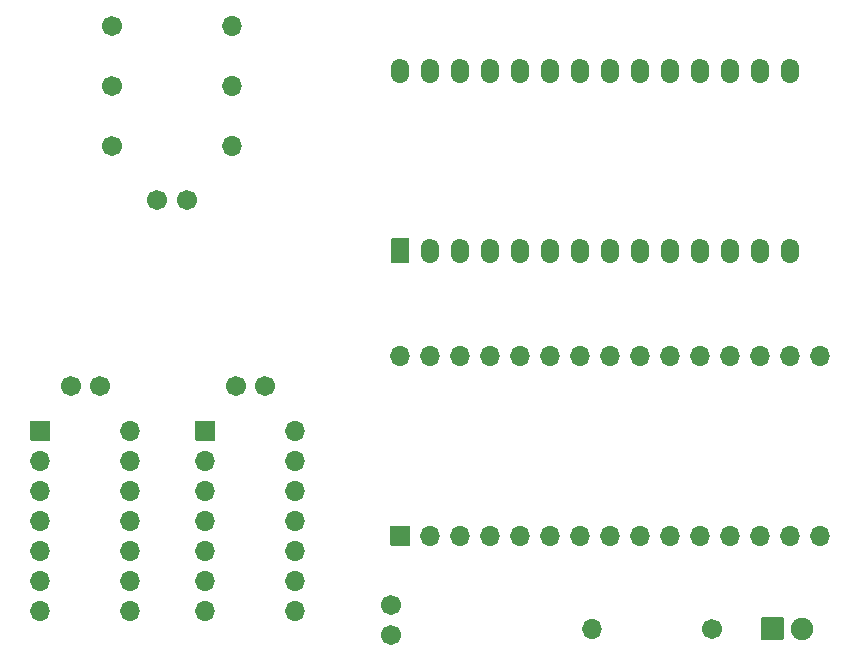
<source format=gts>
G04 #@! TF.GenerationSoftware,KiCad,Pcbnew,(5.1.9)-1*
G04 #@! TF.CreationDate,2021-05-07T14:06:33-04:00*
G04 #@! TF.ProjectId,TommyPROM-schematics,546f6d6d-7950-4524-9f4d-2d736368656d,rev?*
G04 #@! TF.SameCoordinates,Original*
G04 #@! TF.FileFunction,Soldermask,Top*
G04 #@! TF.FilePolarity,Negative*
%FSLAX46Y46*%
G04 Gerber Fmt 4.6, Leading zero omitted, Abs format (unit mm)*
G04 Created by KiCad (PCBNEW (5.1.9)-1) date 2021-05-07 14:06:33*
%MOMM*%
%LPD*%
G01*
G04 APERTURE LIST*
%ADD10C,1.701600*%
%ADD11O,1.701600X1.701600*%
%ADD12O,1.541600X2.101600*%
%ADD13C,1.901600*%
G04 APERTURE END LIST*
D10*
X150368000Y-121452000D03*
X150368000Y-123952000D03*
D11*
X167386000Y-123444000D03*
D10*
X177546000Y-123444000D03*
D11*
X136906000Y-72390000D03*
D10*
X126746000Y-72390000D03*
D11*
X136906000Y-77470000D03*
D10*
X126746000Y-77470000D03*
D11*
X136906000Y-82550000D03*
D10*
X126746000Y-82550000D03*
X123230000Y-102870000D03*
X125730000Y-102870000D03*
X137200000Y-102870000D03*
X139700000Y-102870000D03*
X133056000Y-87122000D03*
X130556000Y-87122000D03*
D12*
X184150000Y-76200000D03*
X184150000Y-91440000D03*
X181610000Y-76200000D03*
X181610000Y-91440000D03*
X179070000Y-76200000D03*
X179070000Y-91440000D03*
X176530000Y-76200000D03*
X176530000Y-91440000D03*
X173990000Y-76200000D03*
X173990000Y-91440000D03*
X171450000Y-76200000D03*
X171450000Y-91440000D03*
X168910000Y-76200000D03*
X168910000Y-91440000D03*
X166370000Y-76200000D03*
X166370000Y-91440000D03*
X163830000Y-76200000D03*
X163830000Y-91440000D03*
X161290000Y-76200000D03*
X161290000Y-91440000D03*
X158750000Y-76200000D03*
X158750000Y-91440000D03*
X156210000Y-76200000D03*
X156210000Y-91440000D03*
X153670000Y-76200000D03*
X153670000Y-91440000D03*
X151130000Y-76200000D03*
G36*
G01*
X151850001Y-92490800D02*
X150409999Y-92490800D01*
G75*
G02*
X150359200Y-92440001I0J50799D01*
G01*
X150359200Y-90439999D01*
G75*
G02*
X150409999Y-90389200I50799J0D01*
G01*
X151850001Y-90389200D01*
G75*
G02*
X151900800Y-90439999I0J-50799D01*
G01*
X151900800Y-92440001D01*
G75*
G02*
X151850001Y-92490800I-50799J0D01*
G01*
G37*
D11*
X142240000Y-106680000D03*
X134620000Y-121920000D03*
X142240000Y-109220000D03*
X134620000Y-119380000D03*
X142240000Y-111760000D03*
X134620000Y-116840000D03*
X142240000Y-114300000D03*
X134620000Y-114300000D03*
X142240000Y-116840000D03*
X134620000Y-111760000D03*
X142240000Y-119380000D03*
X134620000Y-109220000D03*
X142240000Y-121920000D03*
G36*
G01*
X133769200Y-107480000D02*
X133769200Y-105880000D01*
G75*
G02*
X133820000Y-105829200I50800J0D01*
G01*
X135420000Y-105829200D01*
G75*
G02*
X135470800Y-105880000I0J-50800D01*
G01*
X135470800Y-107480000D01*
G75*
G02*
X135420000Y-107530800I-50800J0D01*
G01*
X133820000Y-107530800D01*
G75*
G02*
X133769200Y-107480000I0J50800D01*
G01*
G37*
X128270000Y-106680000D03*
X120650000Y-121920000D03*
X128270000Y-109220000D03*
X120650000Y-119380000D03*
X128270000Y-111760000D03*
X120650000Y-116840000D03*
X128270000Y-114300000D03*
X120650000Y-114300000D03*
X128270000Y-116840000D03*
X120650000Y-111760000D03*
X128270000Y-119380000D03*
X120650000Y-109220000D03*
X128270000Y-121920000D03*
G36*
G01*
X119799200Y-107480000D02*
X119799200Y-105880000D01*
G75*
G02*
X119850000Y-105829200I50800J0D01*
G01*
X121450000Y-105829200D01*
G75*
G02*
X121500800Y-105880000I0J-50800D01*
G01*
X121500800Y-107480000D01*
G75*
G02*
X121450000Y-107530800I-50800J0D01*
G01*
X119850000Y-107530800D01*
G75*
G02*
X119799200Y-107480000I0J50800D01*
G01*
G37*
D13*
X185166000Y-123444000D03*
G36*
G01*
X181675200Y-124344000D02*
X181675200Y-122544000D01*
G75*
G02*
X181726000Y-122493200I50800J0D01*
G01*
X183526000Y-122493200D01*
G75*
G02*
X183576800Y-122544000I0J-50800D01*
G01*
X183576800Y-124344000D01*
G75*
G02*
X183526000Y-124394800I-50800J0D01*
G01*
X181726000Y-124394800D01*
G75*
G02*
X181675200Y-124344000I0J50800D01*
G01*
G37*
D11*
X186690000Y-100330000D03*
X186690000Y-115570000D03*
X151130000Y-100330000D03*
X184150000Y-115570000D03*
X153670000Y-100330000D03*
X181610000Y-115570000D03*
X156210000Y-100330000D03*
X179070000Y-115570000D03*
X158750000Y-100330000D03*
X176530000Y-115570000D03*
X161290000Y-100330000D03*
X173990000Y-115570000D03*
X163830000Y-100330000D03*
X171450000Y-115570000D03*
X166370000Y-100330000D03*
X168910000Y-115570000D03*
X168910000Y-100330000D03*
X166370000Y-115570000D03*
X171450000Y-100330000D03*
X163830000Y-115570000D03*
X173990000Y-100330000D03*
X161290000Y-115570000D03*
X176530000Y-100330000D03*
X158750000Y-115570000D03*
X179070000Y-100330000D03*
X156210000Y-115570000D03*
X181610000Y-100330000D03*
X153670000Y-115570000D03*
X184150000Y-100330000D03*
G36*
G01*
X151930000Y-116420800D02*
X150330000Y-116420800D01*
G75*
G02*
X150279200Y-116370000I0J50800D01*
G01*
X150279200Y-114770000D01*
G75*
G02*
X150330000Y-114719200I50800J0D01*
G01*
X151930000Y-114719200D01*
G75*
G02*
X151980800Y-114770000I0J-50800D01*
G01*
X151980800Y-116370000D01*
G75*
G02*
X151930000Y-116420800I-50800J0D01*
G01*
G37*
M02*

</source>
